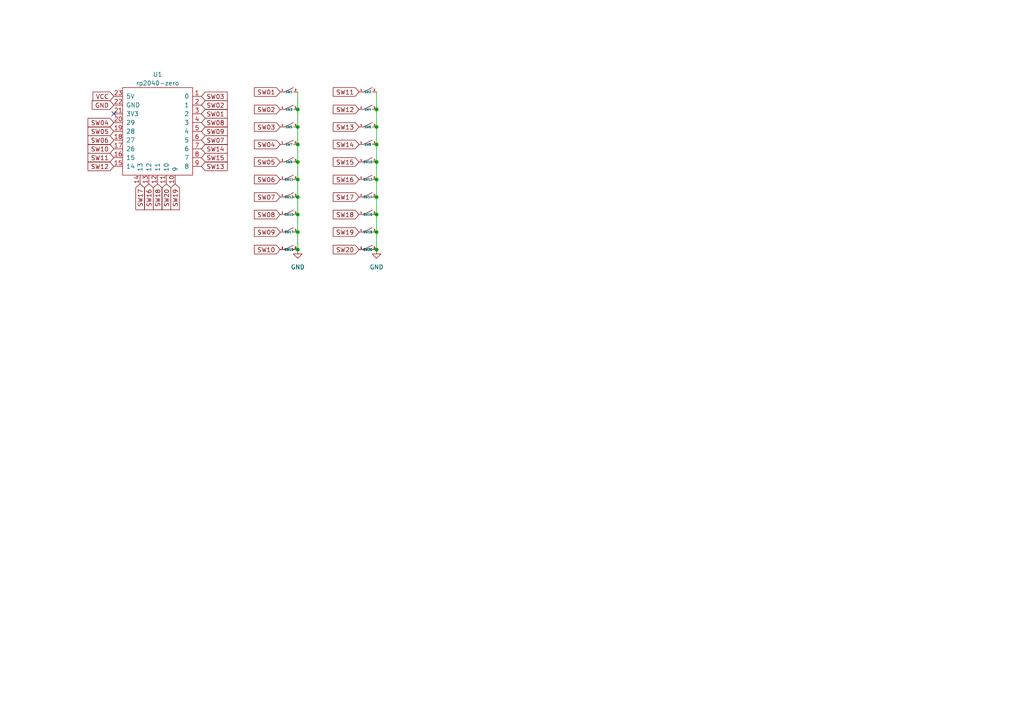
<source format=kicad_sch>
(kicad_sch
	(version 20231120)
	(generator "eeschema")
	(generator_version "8.0")
	(uuid "31ee86e8-2846-4d2f-8bbd-b1d272a4eb8b")
	(paper "A4")
	(lib_symbols
		(symbol "hazel:SW"
			(exclude_from_sim no)
			(in_bom yes)
			(on_board yes)
			(property "Reference" "SW"
				(at 0 -1.27 0)
				(effects
					(font
						(size 0.75 0.75)
					)
				)
			)
			(property "Value" "SW"
				(at 0 2.54 0)
				(effects
					(font
						(size 0.75 0.75)
					)
				)
			)
			(property "Footprint" ""
				(at 0 0 0)
				(effects
					(font
						(size 1.27 1.27)
					)
					(hide yes)
				)
			)
			(property "Datasheet" ""
				(at 0 0 0)
				(effects
					(font
						(size 1.27 1.27)
					)
					(hide yes)
				)
			)
			(property "Description" ""
				(at 0 0 0)
				(effects
					(font
						(size 1.27 1.27)
					)
					(hide yes)
				)
			)
			(symbol "SW_0_1"
				(polyline
					(pts
						(xy -1.27 0) (xy 1.27 1.27)
					)
					(stroke
						(width 0)
						(type default)
					)
					(fill
						(type none)
					)
				)
			)
			(symbol "SW_1_1"
				(pin bidirectional line
					(at -2.54 0 0)
					(length 1.27)
					(name ""
						(effects
							(font
								(size 0.5 0.5)
							)
						)
					)
					(number "1"
						(effects
							(font
								(size 0.5 0.5)
							)
						)
					)
				)
				(pin bidirectional line
					(at 2.54 0 180)
					(length 1.27)
					(name ""
						(effects
							(font
								(size 0.5 0.5)
							)
						)
					)
					(number "2"
						(effects
							(font
								(size 0.5 0.5)
							)
						)
					)
				)
			)
		)
		(symbol "mcu:rp2040-zero"
			(pin_names
				(offset 1.016)
			)
			(exclude_from_sim no)
			(in_bom yes)
			(on_board yes)
			(property "Reference" "U"
				(at 0 15.24 0)
				(effects
					(font
						(size 1.27 1.27)
					)
				)
			)
			(property "Value" "rp2040-zero"
				(at 0 12.7 0)
				(effects
					(font
						(size 1.27 1.27)
					)
				)
			)
			(property "Footprint" ""
				(at -8.89 5.08 0)
				(effects
					(font
						(size 1.27 1.27)
					)
					(hide yes)
				)
			)
			(property "Datasheet" ""
				(at -8.89 5.08 0)
				(effects
					(font
						(size 1.27 1.27)
					)
					(hide yes)
				)
			)
			(property "Description" ""
				(at 0 0 0)
				(effects
					(font
						(size 1.27 1.27)
					)
					(hide yes)
				)
			)
			(symbol "rp2040-zero_0_1"
				(rectangle
					(start -10.16 11.43)
					(end 10.16 -13.97)
					(stroke
						(width 0)
						(type default)
					)
					(fill
						(type none)
					)
				)
			)
			(symbol "rp2040-zero_1_1"
				(pin bidirectional line
					(at 12.7 8.89 180)
					(length 2.54)
					(name "0"
						(effects
							(font
								(size 1.27 1.27)
							)
						)
					)
					(number "1"
						(effects
							(font
								(size 1.27 1.27)
							)
						)
					)
				)
				(pin bidirectional line
					(at 5.08 -16.51 90)
					(length 2.54)
					(name "9"
						(effects
							(font
								(size 1.27 1.27)
							)
						)
					)
					(number "10"
						(effects
							(font
								(size 1.27 1.27)
							)
						)
					)
				)
				(pin bidirectional line
					(at 2.54 -16.51 90)
					(length 2.54)
					(name "10"
						(effects
							(font
								(size 1.27 1.27)
							)
						)
					)
					(number "11"
						(effects
							(font
								(size 1.27 1.27)
							)
						)
					)
				)
				(pin bidirectional line
					(at 0 -16.51 90)
					(length 2.54)
					(name "11"
						(effects
							(font
								(size 1.27 1.27)
							)
						)
					)
					(number "12"
						(effects
							(font
								(size 1.27 1.27)
							)
						)
					)
				)
				(pin bidirectional line
					(at -2.54 -16.51 90)
					(length 2.54)
					(name "12"
						(effects
							(font
								(size 1.27 1.27)
							)
						)
					)
					(number "13"
						(effects
							(font
								(size 1.27 1.27)
							)
						)
					)
				)
				(pin bidirectional line
					(at -5.08 -16.51 90)
					(length 2.54)
					(name "13"
						(effects
							(font
								(size 1.27 1.27)
							)
						)
					)
					(number "14"
						(effects
							(font
								(size 1.27 1.27)
							)
						)
					)
				)
				(pin bidirectional line
					(at -12.7 -11.43 0)
					(length 2.54)
					(name "14"
						(effects
							(font
								(size 1.27 1.27)
							)
						)
					)
					(number "15"
						(effects
							(font
								(size 1.27 1.27)
							)
						)
					)
				)
				(pin bidirectional line
					(at -12.7 -8.89 0)
					(length 2.54)
					(name "15"
						(effects
							(font
								(size 1.27 1.27)
							)
						)
					)
					(number "16"
						(effects
							(font
								(size 1.27 1.27)
							)
						)
					)
				)
				(pin bidirectional line
					(at -12.7 -6.35 0)
					(length 2.54)
					(name "26"
						(effects
							(font
								(size 1.27 1.27)
							)
						)
					)
					(number "17"
						(effects
							(font
								(size 1.27 1.27)
							)
						)
					)
				)
				(pin bidirectional line
					(at -12.7 -3.81 0)
					(length 2.54)
					(name "27"
						(effects
							(font
								(size 1.27 1.27)
							)
						)
					)
					(number "18"
						(effects
							(font
								(size 1.27 1.27)
							)
						)
					)
				)
				(pin bidirectional line
					(at -12.7 -1.27 0)
					(length 2.54)
					(name "28"
						(effects
							(font
								(size 1.27 1.27)
							)
						)
					)
					(number "19"
						(effects
							(font
								(size 1.27 1.27)
							)
						)
					)
				)
				(pin bidirectional line
					(at 12.7 6.35 180)
					(length 2.54)
					(name "1"
						(effects
							(font
								(size 1.27 1.27)
							)
						)
					)
					(number "2"
						(effects
							(font
								(size 1.27 1.27)
							)
						)
					)
				)
				(pin bidirectional line
					(at -12.7 1.27 0)
					(length 2.54)
					(name "29"
						(effects
							(font
								(size 1.27 1.27)
							)
						)
					)
					(number "20"
						(effects
							(font
								(size 1.27 1.27)
							)
						)
					)
				)
				(pin power_out line
					(at -12.7 3.81 0)
					(length 2.54)
					(name "3V3"
						(effects
							(font
								(size 1.27 1.27)
							)
						)
					)
					(number "21"
						(effects
							(font
								(size 1.27 1.27)
							)
						)
					)
				)
				(pin power_out line
					(at -12.7 6.35 0)
					(length 2.54)
					(name "GND"
						(effects
							(font
								(size 1.27 1.27)
							)
						)
					)
					(number "22"
						(effects
							(font
								(size 1.27 1.27)
							)
						)
					)
				)
				(pin power_out line
					(at -12.7 8.89 0)
					(length 2.54)
					(name "5V"
						(effects
							(font
								(size 1.27 1.27)
							)
						)
					)
					(number "23"
						(effects
							(font
								(size 1.27 1.27)
							)
						)
					)
				)
				(pin bidirectional line
					(at 12.7 3.81 180)
					(length 2.54)
					(name "2"
						(effects
							(font
								(size 1.27 1.27)
							)
						)
					)
					(number "3"
						(effects
							(font
								(size 1.27 1.27)
							)
						)
					)
				)
				(pin bidirectional line
					(at 12.7 1.27 180)
					(length 2.54)
					(name "3"
						(effects
							(font
								(size 1.27 1.27)
							)
						)
					)
					(number "4"
						(effects
							(font
								(size 1.27 1.27)
							)
						)
					)
				)
				(pin bidirectional line
					(at 12.7 -1.27 180)
					(length 2.54)
					(name "4"
						(effects
							(font
								(size 1.27 1.27)
							)
						)
					)
					(number "5"
						(effects
							(font
								(size 1.27 1.27)
							)
						)
					)
				)
				(pin bidirectional line
					(at 12.7 -3.81 180)
					(length 2.54)
					(name "5"
						(effects
							(font
								(size 1.27 1.27)
							)
						)
					)
					(number "6"
						(effects
							(font
								(size 1.27 1.27)
							)
						)
					)
				)
				(pin bidirectional line
					(at 12.7 -6.35 180)
					(length 2.54)
					(name "6"
						(effects
							(font
								(size 1.27 1.27)
							)
						)
					)
					(number "7"
						(effects
							(font
								(size 1.27 1.27)
							)
						)
					)
				)
				(pin bidirectional line
					(at 12.7 -8.89 180)
					(length 2.54)
					(name "7"
						(effects
							(font
								(size 1.27 1.27)
							)
						)
					)
					(number "8"
						(effects
							(font
								(size 1.27 1.27)
							)
						)
					)
				)
				(pin bidirectional line
					(at 12.7 -11.43 180)
					(length 2.54)
					(name "8"
						(effects
							(font
								(size 1.27 1.27)
							)
						)
					)
					(number "9"
						(effects
							(font
								(size 1.27 1.27)
							)
						)
					)
				)
			)
		)
		(symbol "power:GND"
			(power)
			(pin_names
				(offset 0)
			)
			(exclude_from_sim no)
			(in_bom yes)
			(on_board yes)
			(property "Reference" "#PWR"
				(at 0 -6.35 0)
				(effects
					(font
						(size 1.27 1.27)
					)
					(hide yes)
				)
			)
			(property "Value" "GND"
				(at 0 -3.81 0)
				(effects
					(font
						(size 1.27 1.27)
					)
				)
			)
			(property "Footprint" ""
				(at 0 0 0)
				(effects
					(font
						(size 1.27 1.27)
					)
					(hide yes)
				)
			)
			(property "Datasheet" ""
				(at 0 0 0)
				(effects
					(font
						(size 1.27 1.27)
					)
					(hide yes)
				)
			)
			(property "Description" "Power symbol creates a global label with name \"GND\" , ground"
				(at 0 0 0)
				(effects
					(font
						(size 1.27 1.27)
					)
					(hide yes)
				)
			)
			(property "ki_keywords" "global power"
				(at 0 0 0)
				(effects
					(font
						(size 1.27 1.27)
					)
					(hide yes)
				)
			)
			(symbol "GND_0_1"
				(polyline
					(pts
						(xy 0 0) (xy 0 -1.27) (xy 1.27 -1.27) (xy 0 -2.54) (xy -1.27 -1.27) (xy 0 -1.27)
					)
					(stroke
						(width 0)
						(type default)
					)
					(fill
						(type none)
					)
				)
			)
			(symbol "GND_1_1"
				(pin power_in line
					(at 0 0 270)
					(length 0) hide
					(name "GND"
						(effects
							(font
								(size 1.27 1.27)
							)
						)
					)
					(number "1"
						(effects
							(font
								(size 1.27 1.27)
							)
						)
					)
				)
			)
		)
	)
	(junction
		(at 109.22 57.15)
		(diameter 0)
		(color 0 0 0 0)
		(uuid "048d0504-a006-494a-902c-c2f2adb1bab6")
	)
	(junction
		(at 86.36 31.75)
		(diameter 0)
		(color 0 0 0 0)
		(uuid "17e4ad7f-1528-46ab-b646-e995722276d9")
	)
	(junction
		(at 109.22 46.99)
		(diameter 0)
		(color 0 0 0 0)
		(uuid "196bbefa-79f8-4716-b888-210d960d3556")
	)
	(junction
		(at 109.22 67.31)
		(diameter 0)
		(color 0 0 0 0)
		(uuid "1a41ad46-355e-45a0-a524-151053761218")
	)
	(junction
		(at 86.36 41.91)
		(diameter 0)
		(color 0 0 0 0)
		(uuid "2010ec67-52d9-4f85-9697-0aa8b5e5ba7d")
	)
	(junction
		(at 109.22 72.39)
		(diameter 0)
		(color 0 0 0 0)
		(uuid "2dd055ab-f5a9-4c63-9093-acfdb6a0f239")
	)
	(junction
		(at 109.22 62.23)
		(diameter 0)
		(color 0 0 0 0)
		(uuid "33ab85e1-eb5b-414f-8385-4dea6d0387da")
	)
	(junction
		(at 86.36 62.23)
		(diameter 0)
		(color 0 0 0 0)
		(uuid "4e2c59d2-3ec3-4568-ac62-94e353c8f865")
	)
	(junction
		(at 86.36 67.31)
		(diameter 0)
		(color 0 0 0 0)
		(uuid "5d4dc01c-94df-4c4f-acb9-30a10b95199e")
	)
	(junction
		(at 86.36 52.07)
		(diameter 0)
		(color 0 0 0 0)
		(uuid "7ae853f6-9e4f-4d74-b5df-9c841ca80721")
	)
	(junction
		(at 86.36 72.39)
		(diameter 0)
		(color 0 0 0 0)
		(uuid "ac7186c7-3bb1-4e0c-bb1e-bce2ecccd8a2")
	)
	(junction
		(at 86.36 46.99)
		(diameter 0)
		(color 0 0 0 0)
		(uuid "b40decf0-4136-4afd-b5cc-b8f063754438")
	)
	(junction
		(at 109.22 52.07)
		(diameter 0)
		(color 0 0 0 0)
		(uuid "c54a256d-e165-4818-8053-ca41692e4685")
	)
	(junction
		(at 86.36 36.83)
		(diameter 0)
		(color 0 0 0 0)
		(uuid "ee00544e-6098-4192-8963-834a966d36b0")
	)
	(junction
		(at 109.22 41.91)
		(diameter 0)
		(color 0 0 0 0)
		(uuid "f213df55-87d7-4bee-b7a2-170eaa6636c7")
	)
	(junction
		(at 109.22 31.75)
		(diameter 0)
		(color 0 0 0 0)
		(uuid "f3bac89c-b077-4391-a32c-a36165c96029")
	)
	(junction
		(at 109.22 36.83)
		(diameter 0)
		(color 0 0 0 0)
		(uuid "f904de02-7764-4f64-ac97-e52d8a336737")
	)
	(junction
		(at 86.36 57.15)
		(diameter 0)
		(color 0 0 0 0)
		(uuid "fd937b2a-c449-4190-8626-35b4de8f3840")
	)
	(no_connect
		(at 33.02 33.02)
		(uuid "eb4a2b8e-7f51-4464-8035-76a42692e3af")
	)
	(wire
		(pts
			(xy 109.22 57.15) (xy 109.22 62.23)
		)
		(stroke
			(width 0)
			(type default)
		)
		(uuid "18c3efcc-0b67-43bb-b8f9-e63db4c604f7")
	)
	(wire
		(pts
			(xy 86.36 46.99) (xy 86.36 52.07)
		)
		(stroke
			(width 0)
			(type default)
		)
		(uuid "28ce3658-e45f-4c64-affe-0d41086d5e2b")
	)
	(wire
		(pts
			(xy 109.22 36.83) (xy 109.22 41.91)
		)
		(stroke
			(width 0)
			(type default)
		)
		(uuid "5695bbdb-8309-46ae-86d9-a494d085ec2f")
	)
	(wire
		(pts
			(xy 109.22 46.99) (xy 109.22 52.07)
		)
		(stroke
			(width 0)
			(type default)
		)
		(uuid "6756469d-fc06-4051-a327-62b8bba92dca")
	)
	(wire
		(pts
			(xy 86.36 67.31) (xy 86.36 72.39)
		)
		(stroke
			(width 0)
			(type default)
		)
		(uuid "7b11e8b1-ca7c-4610-90a3-e625f72be22d")
	)
	(wire
		(pts
			(xy 109.22 26.67) (xy 109.22 31.75)
		)
		(stroke
			(width 0)
			(type default)
		)
		(uuid "83602e9d-6e1f-48b0-a834-0b39f797f7f5")
	)
	(wire
		(pts
			(xy 86.36 52.07) (xy 86.36 57.15)
		)
		(stroke
			(width 0)
			(type default)
		)
		(uuid "846f7e81-f989-4137-9d42-4639aabd9e36")
	)
	(wire
		(pts
			(xy 86.36 36.83) (xy 86.36 41.91)
		)
		(stroke
			(width 0)
			(type default)
		)
		(uuid "99e3132c-e68e-48ab-a3bc-056b15a760b1")
	)
	(wire
		(pts
			(xy 86.36 26.67) (xy 86.36 31.75)
		)
		(stroke
			(width 0)
			(type default)
		)
		(uuid "a61739f1-0af2-49da-9868-d67f3c0ac0d9")
	)
	(wire
		(pts
			(xy 109.22 67.31) (xy 109.22 72.39)
		)
		(stroke
			(width 0)
			(type default)
		)
		(uuid "a7ae8278-6379-464b-8382-7e37f3541df2")
	)
	(wire
		(pts
			(xy 86.36 31.75) (xy 86.36 36.83)
		)
		(stroke
			(width 0)
			(type default)
		)
		(uuid "ac1b2329-0ed7-4b29-ada6-b5bc6252f783")
	)
	(wire
		(pts
			(xy 109.22 41.91) (xy 109.22 46.99)
		)
		(stroke
			(width 0)
			(type default)
		)
		(uuid "b70440ca-d47c-4c54-af6a-f9054b76f7be")
	)
	(wire
		(pts
			(xy 109.22 52.07) (xy 109.22 57.15)
		)
		(stroke
			(width 0)
			(type default)
		)
		(uuid "b742c5f8-c523-4479-8eed-514d6c43b405")
	)
	(wire
		(pts
			(xy 86.36 41.91) (xy 86.36 46.99)
		)
		(stroke
			(width 0)
			(type default)
		)
		(uuid "cbbbe27b-8574-4dc0-9e43-53900856a156")
	)
	(wire
		(pts
			(xy 109.22 31.75) (xy 109.22 36.83)
		)
		(stroke
			(width 0)
			(type default)
		)
		(uuid "f18cf26c-3927-41cf-bc25-c57fbf15281c")
	)
	(wire
		(pts
			(xy 86.36 62.23) (xy 86.36 67.31)
		)
		(stroke
			(width 0)
			(type default)
		)
		(uuid "f55e2bf6-92f5-4d75-99c4-17e7f63d747b")
	)
	(wire
		(pts
			(xy 86.36 57.15) (xy 86.36 62.23)
		)
		(stroke
			(width 0)
			(type default)
		)
		(uuid "fbd3e5f1-7248-42ed-9b6a-1192aab557ad")
	)
	(wire
		(pts
			(xy 109.22 62.23) (xy 109.22 67.31)
		)
		(stroke
			(width 0)
			(type default)
		)
		(uuid "fc38abeb-45bb-4a2c-94f8-43524847bff3")
	)
	(global_label "SW02"
		(shape input)
		(at 58.42 30.48 0)
		(fields_autoplaced yes)
		(effects
			(font
				(size 1.27 1.27)
			)
			(justify left)
		)
		(uuid "02cf0f66-1f93-47cd-a242-bf568939f87b")
		(property "Intersheetrefs" "${INTERSHEET_REFS}"
			(at 66.4851 30.48 0)
			(effects
				(font
					(size 1.27 1.27)
				)
				(justify left)
				(hide yes)
			)
		)
	)
	(global_label "SW16"
		(shape input)
		(at 104.14 52.07 180)
		(fields_autoplaced yes)
		(effects
			(font
				(size 1.27 1.27)
			)
			(justify right)
		)
		(uuid "08eb359e-d9ac-4718-a657-397aec1cdb0a")
		(property "Intersheetrefs" "${INTERSHEET_REFS}"
			(at 96.1543 52.07 0)
			(effects
				(font
					(size 1.27 1.27)
				)
				(justify right)
				(hide yes)
			)
		)
	)
	(global_label "SW16"
		(shape input)
		(at 43.18 53.34 270)
		(fields_autoplaced yes)
		(effects
			(font
				(size 1.27 1.27)
			)
			(justify right)
		)
		(uuid "08f8fab0-2b49-43f3-9994-8c95e1b5ccc2")
		(property "Intersheetrefs" "${INTERSHEET_REFS}"
			(at 43.18 61.4051 90)
			(effects
				(font
					(size 1.27 1.27)
				)
				(justify right)
				(hide yes)
			)
		)
	)
	(global_label "SW11"
		(shape input)
		(at 33.02 45.72 180)
		(fields_autoplaced yes)
		(effects
			(font
				(size 1.27 1.27)
			)
			(justify right)
		)
		(uuid "0ac204e6-3ffb-468a-8f51-b25fb693ee8b")
		(property "Intersheetrefs" "${INTERSHEET_REFS}"
			(at 24.9549 45.72 0)
			(effects
				(font
					(size 1.27 1.27)
				)
				(justify right)
				(hide yes)
			)
		)
	)
	(global_label "SW09"
		(shape input)
		(at 81.28 67.31 180)
		(fields_autoplaced yes)
		(effects
			(font
				(size 1.27 1.27)
			)
			(justify right)
		)
		(uuid "0dc0f771-1716-4783-ac23-7e09457bc3e6")
		(property "Intersheetrefs" "${INTERSHEET_REFS}"
			(at 73.2943 67.31 0)
			(effects
				(font
					(size 1.27 1.27)
				)
				(justify right)
				(hide yes)
			)
		)
	)
	(global_label "SW19"
		(shape input)
		(at 104.14 67.31 180)
		(fields_autoplaced yes)
		(effects
			(font
				(size 1.27 1.27)
			)
			(justify right)
		)
		(uuid "1036c251-82d4-4bdc-8a72-8ca8a0f0892a")
		(property "Intersheetrefs" "${INTERSHEET_REFS}"
			(at 96.1543 67.31 0)
			(effects
				(font
					(size 1.27 1.27)
				)
				(justify right)
				(hide yes)
			)
		)
	)
	(global_label "SW03"
		(shape input)
		(at 58.42 27.94 0)
		(fields_autoplaced yes)
		(effects
			(font
				(size 1.27 1.27)
			)
			(justify left)
		)
		(uuid "1889a0dd-5adf-49b1-b673-4845bf6bf6ef")
		(property "Intersheetrefs" "${INTERSHEET_REFS}"
			(at 66.4851 27.94 0)
			(effects
				(font
					(size 1.27 1.27)
				)
				(justify left)
				(hide yes)
			)
		)
	)
	(global_label "SW10"
		(shape input)
		(at 33.02 43.18 180)
		(fields_autoplaced yes)
		(effects
			(font
				(size 1.27 1.27)
			)
			(justify right)
		)
		(uuid "1a4c4c69-df17-4bdd-943d-b08bbe15fb01")
		(property "Intersheetrefs" "${INTERSHEET_REFS}"
			(at 24.9549 43.18 0)
			(effects
				(font
					(size 1.27 1.27)
				)
				(justify right)
				(hide yes)
			)
		)
	)
	(global_label "SW14"
		(shape input)
		(at 58.42 43.18 0)
		(fields_autoplaced yes)
		(effects
			(font
				(size 1.27 1.27)
			)
			(justify left)
		)
		(uuid "1e54d478-9e81-4ba1-9018-3cd0b5f383df")
		(property "Intersheetrefs" "${INTERSHEET_REFS}"
			(at 66.4057 43.18 0)
			(effects
				(font
					(size 1.27 1.27)
				)
				(justify left)
				(hide yes)
			)
		)
	)
	(global_label "SW12"
		(shape input)
		(at 33.02 48.26 180)
		(fields_autoplaced yes)
		(effects
			(font
				(size 1.27 1.27)
			)
			(justify right)
		)
		(uuid "25673959-c22f-47ca-a317-44e621cdf907")
		(property "Intersheetrefs" "${INTERSHEET_REFS}"
			(at 24.9549 48.26 0)
			(effects
				(font
					(size 1.27 1.27)
				)
				(justify right)
				(hide yes)
			)
		)
	)
	(global_label "SW15"
		(shape input)
		(at 58.42 45.72 0)
		(fields_autoplaced yes)
		(effects
			(font
				(size 1.27 1.27)
			)
			(justify left)
		)
		(uuid "2db2d580-5543-4d71-abde-50afce812b16")
		(property "Intersheetrefs" "${INTERSHEET_REFS}"
			(at 66.4057 45.72 0)
			(effects
				(font
					(size 1.27 1.27)
				)
				(justify left)
				(hide yes)
			)
		)
	)
	(global_label "SW06"
		(shape input)
		(at 81.28 52.07 180)
		(fields_autoplaced yes)
		(effects
			(font
				(size 1.27 1.27)
			)
			(justify right)
		)
		(uuid "2ecaa4dd-aea0-485e-ae93-3bb4cee9672c")
		(property "Intersheetrefs" "${INTERSHEET_REFS}"
			(at 73.2943 52.07 0)
			(effects
				(font
					(size 1.27 1.27)
				)
				(justify right)
				(hide yes)
			)
		)
	)
	(global_label "SW17"
		(shape input)
		(at 40.64 53.34 270)
		(fields_autoplaced yes)
		(effects
			(font
				(size 1.27 1.27)
			)
			(justify right)
		)
		(uuid "35c886e1-647c-4572-98fb-c9c741ca5028")
		(property "Intersheetrefs" "${INTERSHEET_REFS}"
			(at 40.64 61.4051 90)
			(effects
				(font
					(size 1.27 1.27)
				)
				(justify right)
				(hide yes)
			)
		)
	)
	(global_label "SW15"
		(shape input)
		(at 104.14 46.99 180)
		(fields_autoplaced yes)
		(effects
			(font
				(size 1.27 1.27)
			)
			(justify right)
		)
		(uuid "3ad2d93b-98e9-4401-8890-410fe3e7c00a")
		(property "Intersheetrefs" "${INTERSHEET_REFS}"
			(at 96.1543 46.99 0)
			(effects
				(font
					(size 1.27 1.27)
				)
				(justify right)
				(hide yes)
			)
		)
	)
	(global_label "SW17"
		(shape input)
		(at 104.14 57.15 180)
		(fields_autoplaced yes)
		(effects
			(font
				(size 1.27 1.27)
			)
			(justify right)
		)
		(uuid "43556f5c-e586-4a75-a251-fcc49460072e")
		(property "Intersheetrefs" "${INTERSHEET_REFS}"
			(at 96.1543 57.15 0)
			(effects
				(font
					(size 1.27 1.27)
				)
				(justify right)
				(hide yes)
			)
		)
	)
	(global_label "SW09"
		(shape input)
		(at 58.42 38.1 0)
		(fields_autoplaced yes)
		(effects
			(font
				(size 1.27 1.27)
			)
			(justify left)
		)
		(uuid "4bcb94bc-2269-4950-bd91-85f685549d17")
		(property "Intersheetrefs" "${INTERSHEET_REFS}"
			(at 66.4851 38.1 0)
			(effects
				(font
					(size 1.27 1.27)
				)
				(justify left)
				(hide yes)
			)
		)
	)
	(global_label "SW13"
		(shape input)
		(at 104.14 36.83 180)
		(fields_autoplaced yes)
		(effects
			(font
				(size 1.27 1.27)
			)
			(justify right)
		)
		(uuid "50e97c4b-0af6-4a02-b86f-efd0aaedd160")
		(property "Intersheetrefs" "${INTERSHEET_REFS}"
			(at 96.1543 36.83 0)
			(effects
				(font
					(size 1.27 1.27)
				)
				(justify right)
				(hide yes)
			)
		)
	)
	(global_label "VCC"
		(shape input)
		(at 33.02 27.94 180)
		(fields_autoplaced yes)
		(effects
			(font
				(size 1.27 1.27)
			)
			(justify right)
		)
		(uuid "5634bbed-a7d1-42ce-83c7-21a299a6141a")
		(property "Intersheetrefs" "${INTERSHEET_REFS}"
			(at 26.4856 27.94 0)
			(effects
				(font
					(size 1.27 1.27)
				)
				(justify right)
				(hide yes)
			)
		)
	)
	(global_label "SW20"
		(shape input)
		(at 104.14 72.39 180)
		(fields_autoplaced yes)
		(effects
			(font
				(size 1.27 1.27)
			)
			(justify right)
		)
		(uuid "572418b1-d0d9-486f-ba00-df9615642732")
		(property "Intersheetrefs" "${INTERSHEET_REFS}"
			(at 96.1543 72.39 0)
			(effects
				(font
					(size 1.27 1.27)
				)
				(justify right)
				(hide yes)
			)
		)
	)
	(global_label "SW07"
		(shape input)
		(at 81.28 57.15 180)
		(fields_autoplaced yes)
		(effects
			(font
				(size 1.27 1.27)
			)
			(justify right)
		)
		(uuid "584495b9-9e22-4343-ac09-eddc843a5135")
		(property "Intersheetrefs" "${INTERSHEET_REFS}"
			(at 73.2943 57.15 0)
			(effects
				(font
					(size 1.27 1.27)
				)
				(justify right)
				(hide yes)
			)
		)
	)
	(global_label "SW02"
		(shape input)
		(at 81.28 31.75 180)
		(fields_autoplaced yes)
		(effects
			(font
				(size 1.27 1.27)
			)
			(justify right)
		)
		(uuid "5d999718-1e53-4d7e-b50e-5d90804a9a2c")
		(property "Intersheetrefs" "${INTERSHEET_REFS}"
			(at 73.2943 31.75 0)
			(effects
				(font
					(size 1.27 1.27)
				)
				(justify right)
				(hide yes)
			)
		)
	)
	(global_label "SW11"
		(shape input)
		(at 104.14 26.67 180)
		(fields_autoplaced yes)
		(effects
			(font
				(size 1.27 1.27)
			)
			(justify right)
		)
		(uuid "6596d5f8-a3cf-49d8-8409-9df4c6a37320")
		(property "Intersheetrefs" "${INTERSHEET_REFS}"
			(at 96.1543 26.67 0)
			(effects
				(font
					(size 1.27 1.27)
				)
				(justify right)
				(hide yes)
			)
		)
	)
	(global_label "SW01"
		(shape input)
		(at 58.42 33.02 0)
		(fields_autoplaced yes)
		(effects
			(font
				(size 1.27 1.27)
			)
			(justify left)
		)
		(uuid "72a198c8-63b9-4ea4-87c4-c001349b438d")
		(property "Intersheetrefs" "${INTERSHEET_REFS}"
			(at 66.4851 33.02 0)
			(effects
				(font
					(size 1.27 1.27)
				)
				(justify left)
				(hide yes)
			)
		)
	)
	(global_label "SW14"
		(shape input)
		(at 104.14 41.91 180)
		(fields_autoplaced yes)
		(effects
			(font
				(size 1.27 1.27)
			)
			(justify right)
		)
		(uuid "73634927-ee40-406d-b960-3dd1dfff28e6")
		(property "Intersheetrefs" "${INTERSHEET_REFS}"
			(at 96.1543 41.91 0)
			(effects
				(font
					(size 1.27 1.27)
				)
				(justify right)
				(hide yes)
			)
		)
	)
	(global_label "SW18"
		(shape input)
		(at 45.72 53.34 270)
		(fields_autoplaced yes)
		(effects
			(font
				(size 1.27 1.27)
			)
			(justify right)
		)
		(uuid "75e6829c-fdd6-499f-bc31-31c0ee95e1dd")
		(property "Intersheetrefs" "${INTERSHEET_REFS}"
			(at 45.72 61.4051 90)
			(effects
				(font
					(size 1.27 1.27)
				)
				(justify right)
				(hide yes)
			)
		)
	)
	(global_label "SW12"
		(shape input)
		(at 104.14 31.75 180)
		(fields_autoplaced yes)
		(effects
			(font
				(size 1.27 1.27)
			)
			(justify right)
		)
		(uuid "771a851d-8942-4ce9-bebb-4207eb2cada6")
		(property "Intersheetrefs" "${INTERSHEET_REFS}"
			(at 96.1543 31.75 0)
			(effects
				(font
					(size 1.27 1.27)
				)
				(justify right)
				(hide yes)
			)
		)
	)
	(global_label "SW13"
		(shape input)
		(at 58.42 48.26 0)
		(fields_autoplaced yes)
		(effects
			(font
				(size 1.27 1.27)
			)
			(justify left)
		)
		(uuid "7a36cfd7-8182-4626-b273-8e39f9daf5fb")
		(property "Intersheetrefs" "${INTERSHEET_REFS}"
			(at 66.4057 48.26 0)
			(effects
				(font
					(size 1.27 1.27)
				)
				(justify left)
				(hide yes)
			)
		)
	)
	(global_label "GND"
		(shape input)
		(at 33.02 30.48 180)
		(fields_autoplaced yes)
		(effects
			(font
				(size 1.27 1.27)
			)
			(justify right)
		)
		(uuid "811239ac-7f97-45a6-adf6-6c429246c523")
		(property "Intersheetrefs" "${INTERSHEET_REFS}"
			(at 26.2437 30.48 0)
			(effects
				(font
					(size 1.27 1.27)
				)
				(justify right)
				(hide yes)
			)
		)
	)
	(global_label "SW06"
		(shape input)
		(at 33.02 40.64 180)
		(fields_autoplaced yes)
		(effects
			(font
				(size 1.27 1.27)
			)
			(justify right)
		)
		(uuid "81a889d8-93fc-4b33-a7c1-02ffd24d0864")
		(property "Intersheetrefs" "${INTERSHEET_REFS}"
			(at 25.0343 40.64 0)
			(effects
				(font
					(size 1.27 1.27)
				)
				(justify right)
				(hide yes)
			)
		)
	)
	(global_label "SW07"
		(shape input)
		(at 58.42 40.64 0)
		(fields_autoplaced yes)
		(effects
			(font
				(size 1.27 1.27)
			)
			(justify left)
		)
		(uuid "950d5407-54d4-4413-b05f-b04925fbc307")
		(property "Intersheetrefs" "${INTERSHEET_REFS}"
			(at 66.4851 40.64 0)
			(effects
				(font
					(size 1.27 1.27)
				)
				(justify left)
				(hide yes)
			)
		)
	)
	(global_label "SW10"
		(shape input)
		(at 81.28 72.39 180)
		(fields_autoplaced yes)
		(effects
			(font
				(size 1.27 1.27)
			)
			(justify right)
		)
		(uuid "98e6660c-d808-4423-83f0-a6d0d28d5d2e")
		(property "Intersheetrefs" "${INTERSHEET_REFS}"
			(at 73.2943 72.39 0)
			(effects
				(font
					(size 1.27 1.27)
				)
				(justify right)
				(hide yes)
			)
		)
	)
	(global_label "SW19"
		(shape input)
		(at 50.8 53.34 270)
		(fields_autoplaced yes)
		(effects
			(font
				(size 1.27 1.27)
			)
			(justify right)
		)
		(uuid "a28247d7-0c2c-4757-b98d-1cb0804bd90b")
		(property "Intersheetrefs" "${INTERSHEET_REFS}"
			(at 50.8 61.4051 90)
			(effects
				(font
					(size 1.27 1.27)
				)
				(justify right)
				(hide yes)
			)
		)
	)
	(global_label "SW04"
		(shape input)
		(at 33.02 35.56 180)
		(fields_autoplaced yes)
		(effects
			(font
				(size 1.27 1.27)
			)
			(justify right)
		)
		(uuid "a64c5a47-1154-4e4a-a4ca-d3f735bfb108")
		(property "Intersheetrefs" "${INTERSHEET_REFS}"
			(at 25.0343 35.56 0)
			(effects
				(font
					(size 1.27 1.27)
				)
				(justify right)
				(hide yes)
			)
		)
	)
	(global_label "SW18"
		(shape input)
		(at 104.14 62.23 180)
		(fields_autoplaced yes)
		(effects
			(font
				(size 1.27 1.27)
			)
			(justify right)
		)
		(uuid "b5ce8524-3042-4ffa-93f6-910636c4159e")
		(property "Intersheetrefs" "${INTERSHEET_REFS}"
			(at 96.1543 62.23 0)
			(effects
				(font
					(size 1.27 1.27)
				)
				(justify right)
				(hide yes)
			)
		)
	)
	(global_label "SW04"
		(shape input)
		(at 81.28 41.91 180)
		(fields_autoplaced yes)
		(effects
			(font
				(size 1.27 1.27)
			)
			(justify right)
		)
		(uuid "b6530de8-f97c-402c-88bc-5784797d4e51")
		(property "Intersheetrefs" "${INTERSHEET_REFS}"
			(at 73.2943 41.91 0)
			(effects
				(font
					(size 1.27 1.27)
				)
				(justify right)
				(hide yes)
			)
		)
	)
	(global_label "SW05"
		(shape input)
		(at 81.28 46.99 180)
		(fields_autoplaced yes)
		(effects
			(font
				(size 1.27 1.27)
			)
			(justify right)
		)
		(uuid "b6710dd3-3f3f-4876-88ac-5208672d51d3")
		(property "Intersheetrefs" "${INTERSHEET_REFS}"
			(at 73.2943 46.99 0)
			(effects
				(font
					(size 1.27 1.27)
				)
				(justify right)
				(hide yes)
			)
		)
	)
	(global_label "SW08"
		(shape input)
		(at 58.42 35.56 0)
		(fields_autoplaced yes)
		(effects
			(font
				(size 1.27 1.27)
			)
			(justify left)
		)
		(uuid "cbb090cd-2888-4800-822a-a027311eb38c")
		(property "Intersheetrefs" "${INTERSHEET_REFS}"
			(at 66.4851 35.56 0)
			(effects
				(font
					(size 1.27 1.27)
				)
				(justify left)
				(hide yes)
			)
		)
	)
	(global_label "SW03"
		(shape input)
		(at 81.28 36.83 180)
		(fields_autoplaced yes)
		(effects
			(font
				(size 1.27 1.27)
			)
			(justify right)
		)
		(uuid "d8b6e480-4c76-48ba-ab1a-fb2add2b95f8")
		(property "Intersheetrefs" "${INTERSHEET_REFS}"
			(at 73.2943 36.83 0)
			(effects
				(font
					(size 1.27 1.27)
				)
				(justify right)
				(hide yes)
			)
		)
	)
	(global_label "SW20"
		(shape input)
		(at 48.26 53.34 270)
		(fields_autoplaced yes)
		(effects
			(font
				(size 1.27 1.27)
			)
			(justify right)
		)
		(uuid "e5e15f0a-fd15-41ac-a23f-9f38e5cb84f6")
		(property "Intersheetrefs" "${INTERSHEET_REFS}"
			(at 48.26 61.3257 90)
			(effects
				(font
					(size 1.27 1.27)
				)
				(justify right)
				(hide yes)
			)
		)
	)
	(global_label "SW08"
		(shape input)
		(at 81.28 62.23 180)
		(fields_autoplaced yes)
		(effects
			(font
				(size 1.27 1.27)
			)
			(justify right)
		)
		(uuid "ea3bc2c6-0549-48d7-ab91-09a931ed35b8")
		(property "Intersheetrefs" "${INTERSHEET_REFS}"
			(at 73.2943 62.23 0)
			(effects
				(font
					(size 1.27 1.27)
				)
				(justify right)
				(hide yes)
			)
		)
	)
	(global_label "SW05"
		(shape input)
		(at 33.02 38.1 180)
		(fields_autoplaced yes)
		(effects
			(font
				(size 1.27 1.27)
			)
			(justify right)
		)
		(uuid "f17f4149-4c64-468e-99f0-efc4b62d1f1d")
		(property "Intersheetrefs" "${INTERSHEET_REFS}"
			(at 25.0343 38.1 0)
			(effects
				(font
					(size 1.27 1.27)
				)
				(justify right)
				(hide yes)
			)
		)
	)
	(global_label "SW01"
		(shape input)
		(at 81.28 26.67 180)
		(fields_autoplaced yes)
		(effects
			(font
				(size 1.27 1.27)
			)
			(justify right)
		)
		(uuid "fdf195b6-0a42-49a0-b2c0-545707ee2b84")
		(property "Intersheetrefs" "${INTERSHEET_REFS}"
			(at 73.2943 26.67 0)
			(effects
				(font
					(size 1.27 1.27)
				)
				(justify right)
				(hide yes)
			)
		)
	)
	(symbol
		(lib_id "hazel:SW")
		(at 106.68 36.83 0)
		(unit 1)
		(exclude_from_sim no)
		(in_bom yes)
		(on_board yes)
		(dnp no)
		(uuid "06b17a7f-fea2-433e-b20a-0681a3f7495c")
		(property "Reference" "SW6"
			(at 106.68 36.83 0)
			(effects
				(font
					(size 0.64 0.64)
				)
			)
		)
		(property "Value" "SW"
			(at 106.68 35.56 0)
			(effects
				(font
					(size 0.75 0.75)
				)
				(hide yes)
			)
		)
		(property "Footprint" "miketronic_fplib:MB_KailhChoc-1U_rev_17mm_oval"
			(at 106.68 36.83 0)
			(effects
				(font
					(size 1.27 1.27)
				)
				(hide yes)
			)
		)
		(property "Datasheet" ""
			(at 106.68 36.83 0)
			(effects
				(font
					(size 1.27 1.27)
				)
				(hide yes)
			)
		)
		(property "Description" ""
			(at 106.68 36.83 0)
			(effects
				(font
					(size 1.27 1.27)
				)
				(hide yes)
			)
		)
		(pin "1"
			(uuid "6e95a63c-4e92-45fe-9d12-6e9d7968f1db")
		)
		(pin "2"
			(uuid "80ff16b9-0a0c-4f86-b9f9-bbe2818530bb")
		)
		(instances
			(project "capsule3_v3G"
				(path "/31ee86e8-2846-4d2f-8bbd-b1d272a4eb8b"
					(reference "SW6")
					(unit 1)
				)
			)
		)
	)
	(symbol
		(lib_id "hazel:SW")
		(at 83.82 62.23 0)
		(unit 1)
		(exclude_from_sim no)
		(in_bom yes)
		(on_board yes)
		(dnp no)
		(uuid "07275d20-77be-4387-9c15-1e45fc2b6936")
		(property "Reference" "SW15"
			(at 83.82 62.23 0)
			(effects
				(font
					(size 0.64 0.64)
				)
			)
		)
		(property "Value" "SW"
			(at 83.82 60.96 0)
			(effects
				(font
					(size 0.75 0.75)
				)
				(hide yes)
			)
		)
		(property "Footprint" "miketronic_fplib:MB_KailhChoc-1U_rev_17mm_oval"
			(at 83.82 62.23 0)
			(effects
				(font
					(size 1.27 1.27)
				)
				(hide yes)
			)
		)
		(property "Datasheet" ""
			(at 83.82 62.23 0)
			(effects
				(font
					(size 1.27 1.27)
				)
				(hide yes)
			)
		)
		(property "Description" ""
			(at 83.82 62.23 0)
			(effects
				(font
					(size 1.27 1.27)
				)
				(hide yes)
			)
		)
		(pin "1"
			(uuid "f7581da9-0927-4a23-8c8e-95a69a52bf9e")
		)
		(pin "2"
			(uuid "4e6af279-122f-4e32-93cd-6bb1061941a5")
		)
		(instances
			(project "capsule3_v3G"
				(path "/31ee86e8-2846-4d2f-8bbd-b1d272a4eb8b"
					(reference "SW15")
					(unit 1)
				)
			)
		)
	)
	(symbol
		(lib_id "power:GND")
		(at 86.36 72.39 0)
		(unit 1)
		(exclude_from_sim no)
		(in_bom yes)
		(on_board yes)
		(dnp no)
		(fields_autoplaced yes)
		(uuid "150ce985-8a3d-4d93-b575-32272a23b7d7")
		(property "Reference" "#PWR01"
			(at 86.36 78.74 0)
			(effects
				(font
					(size 1.27 1.27)
				)
				(hide yes)
			)
		)
		(property "Value" "GND"
			(at 86.36 77.47 0)
			(effects
				(font
					(size 1.27 1.27)
				)
			)
		)
		(property "Footprint" ""
			(at 86.36 72.39 0)
			(effects
				(font
					(size 1.27 1.27)
				)
				(hide yes)
			)
		)
		(property "Datasheet" ""
			(at 86.36 72.39 0)
			(effects
				(font
					(size 1.27 1.27)
				)
				(hide yes)
			)
		)
		(property "Description" ""
			(at 86.36 72.39 0)
			(effects
				(font
					(size 1.27 1.27)
				)
				(hide yes)
			)
		)
		(pin "1"
			(uuid "483185b5-1f9d-4a1d-8c6d-af5c1945c48f")
		)
		(instances
			(project "capsule3_v3G"
				(path "/31ee86e8-2846-4d2f-8bbd-b1d272a4eb8b"
					(reference "#PWR01")
					(unit 1)
				)
			)
		)
	)
	(symbol
		(lib_id "hazel:SW")
		(at 106.68 72.39 0)
		(unit 1)
		(exclude_from_sim no)
		(in_bom yes)
		(on_board yes)
		(dnp no)
		(uuid "1f31f865-9e56-42ef-8628-0ab396e574b0")
		(property "Reference" "SW20"
			(at 106.68 72.39 0)
			(effects
				(font
					(size 0.64 0.64)
				)
			)
		)
		(property "Value" "SW"
			(at 106.68 71.12 0)
			(effects
				(font
					(size 0.75 0.75)
				)
				(hide yes)
			)
		)
		(property "Footprint" "miketronic_fplib:MB_KailhChoc-1U_rev_17mm_oval"
			(at 106.68 72.39 0)
			(effects
				(font
					(size 1.27 1.27)
				)
				(hide yes)
			)
		)
		(property "Datasheet" ""
			(at 106.68 72.39 0)
			(effects
				(font
					(size 1.27 1.27)
				)
				(hide yes)
			)
		)
		(property "Description" ""
			(at 106.68 72.39 0)
			(effects
				(font
					(size 1.27 1.27)
				)
				(hide yes)
			)
		)
		(pin "1"
			(uuid "30973c23-cb8e-427d-8ca2-0633aa626606")
		)
		(pin "2"
			(uuid "3a89d8d9-c7ba-401d-8e99-51402f2b5316")
		)
		(instances
			(project "capsule3_v3G"
				(path "/31ee86e8-2846-4d2f-8bbd-b1d272a4eb8b"
					(reference "SW20")
					(unit 1)
				)
			)
		)
	)
	(symbol
		(lib_id "hazel:SW")
		(at 83.82 31.75 0)
		(unit 1)
		(exclude_from_sim no)
		(in_bom yes)
		(on_board yes)
		(dnp no)
		(uuid "2dbf7122-c8f1-4b38-a261-e459d6dbc3ea")
		(property "Reference" "SW3"
			(at 83.82 31.75 0)
			(effects
				(font
					(size 0.64 0.64)
				)
			)
		)
		(property "Value" "SW"
			(at 83.82 30.48 0)
			(effects
				(font
					(size 0.75 0.75)
				)
				(hide yes)
			)
		)
		(property "Footprint" "miketronic_fplib:MB_KailhChoc-1U_rev_17mm_oval"
			(at 83.82 31.75 0)
			(effects
				(font
					(size 1.27 1.27)
				)
				(hide yes)
			)
		)
		(property "Datasheet" ""
			(at 83.82 31.75 0)
			(effects
				(font
					(size 1.27 1.27)
				)
				(hide yes)
			)
		)
		(property "Description" ""
			(at 83.82 31.75 0)
			(effects
				(font
					(size 1.27 1.27)
				)
				(hide yes)
			)
		)
		(pin "1"
			(uuid "b09244d0-b9cf-4e41-bb49-8b340c55a11d")
		)
		(pin "2"
			(uuid "71a979ba-a88b-4459-866b-78b508df9a5f")
		)
		(instances
			(project "capsule3_v3G"
				(path "/31ee86e8-2846-4d2f-8bbd-b1d272a4eb8b"
					(reference "SW3")
					(unit 1)
				)
			)
		)
	)
	(symbol
		(lib_id "hazel:SW")
		(at 106.68 41.91 0)
		(unit 1)
		(exclude_from_sim no)
		(in_bom yes)
		(on_board yes)
		(dnp no)
		(uuid "5287af8d-5e21-4a58-83f8-0e6f7d16060c")
		(property "Reference" "SW8"
			(at 106.68 41.91 0)
			(effects
				(font
					(size 0.64 0.64)
				)
			)
		)
		(property "Value" "SW"
			(at 106.68 40.64 0)
			(effects
				(font
					(size 0.75 0.75)
				)
				(hide yes)
			)
		)
		(property "Footprint" "miketronic_fplib:MB_KailhChoc-1U_rev_17mm_oval"
			(at 106.68 41.91 0)
			(effects
				(font
					(size 1.27 1.27)
				)
				(hide yes)
			)
		)
		(property "Datasheet" ""
			(at 106.68 41.91 0)
			(effects
				(font
					(size 1.27 1.27)
				)
				(hide yes)
			)
		)
		(property "Description" ""
			(at 106.68 41.91 0)
			(effects
				(font
					(size 1.27 1.27)
				)
				(hide yes)
			)
		)
		(pin "1"
			(uuid "2f3178ce-f5a1-4be2-b766-8d70e1c40f65")
		)
		(pin "2"
			(uuid "27e1c20b-d5a5-46dd-9061-c8235e8c5b02")
		)
		(instances
			(project "capsule3_v3G"
				(path "/31ee86e8-2846-4d2f-8bbd-b1d272a4eb8b"
					(reference "SW8")
					(unit 1)
				)
			)
		)
	)
	(symbol
		(lib_id "power:GND")
		(at 109.22 72.39 0)
		(unit 1)
		(exclude_from_sim no)
		(in_bom yes)
		(on_board yes)
		(dnp no)
		(fields_autoplaced yes)
		(uuid "58331f9f-baa2-44e6-b166-8204c8566536")
		(property "Reference" "#PWR02"
			(at 109.22 78.74 0)
			(effects
				(font
					(size 1.27 1.27)
				)
				(hide yes)
			)
		)
		(property "Value" "GND"
			(at 109.22 77.47 0)
			(effects
				(font
					(size 1.27 1.27)
				)
			)
		)
		(property "Footprint" ""
			(at 109.22 72.39 0)
			(effects
				(font
					(size 1.27 1.27)
				)
				(hide yes)
			)
		)
		(property "Datasheet" ""
			(at 109.22 72.39 0)
			(effects
				(font
					(size 1.27 1.27)
				)
				(hide yes)
			)
		)
		(property "Description" ""
			(at 109.22 72.39 0)
			(effects
				(font
					(size 1.27 1.27)
				)
				(hide yes)
			)
		)
		(pin "1"
			(uuid "deb6abce-a7fa-41eb-ab50-7d0e15716d22")
		)
		(instances
			(project "capsule3_v3G"
				(path "/31ee86e8-2846-4d2f-8bbd-b1d272a4eb8b"
					(reference "#PWR02")
					(unit 1)
				)
			)
		)
	)
	(symbol
		(lib_id "hazel:SW")
		(at 83.82 52.07 0)
		(unit 1)
		(exclude_from_sim no)
		(in_bom yes)
		(on_board yes)
		(dnp no)
		(uuid "5cc60246-4e74-4d35-8263-3cb215333e5c")
		(property "Reference" "SW11"
			(at 83.82 52.07 0)
			(effects
				(font
					(size 0.64 0.64)
				)
			)
		)
		(property "Value" "SW"
			(at 83.82 50.8 0)
			(effects
				(font
					(size 0.75 0.75)
				)
				(hide yes)
			)
		)
		(property "Footprint" "miketronic_fplib:MB_KailhChoc-1U_rev_17mm_oval"
			(at 83.82 52.07 0)
			(effects
				(font
					(size 1.27 1.27)
				)
				(hide yes)
			)
		)
		(property "Datasheet" ""
			(at 83.82 52.07 0)
			(effects
				(font
					(size 1.27 1.27)
				)
				(hide yes)
			)
		)
		(property "Description" ""
			(at 83.82 52.07 0)
			(effects
				(font
					(size 1.27 1.27)
				)
				(hide yes)
			)
		)
		(pin "1"
			(uuid "c71da04c-1850-4a28-8217-12c4e9c45262")
		)
		(pin "2"
			(uuid "1a9c26ae-6365-4402-b3f4-187e0e10b0b5")
		)
		(instances
			(project "capsule3_v3G"
				(path "/31ee86e8-2846-4d2f-8bbd-b1d272a4eb8b"
					(reference "SW11")
					(unit 1)
				)
			)
		)
	)
	(symbol
		(lib_id "hazel:SW")
		(at 106.68 31.75 0)
		(unit 1)
		(exclude_from_sim no)
		(in_bom yes)
		(on_board yes)
		(dnp no)
		(uuid "5e2add8c-f248-4ca7-8d91-e43997ef5768")
		(property "Reference" "SW4"
			(at 106.68 31.75 0)
			(effects
				(font
					(size 0.64 0.64)
				)
			)
		)
		(property "Value" "SW"
			(at 106.68 30.48 0)
			(effects
				(font
					(size 0.75 0.75)
				)
				(hide yes)
			)
		)
		(property "Footprint" "miketronic_fplib:MB_KailhChoc-1U_rev_17mm_oval"
			(at 106.68 31.75 0)
			(effects
				(font
					(size 1.27 1.27)
				)
				(hide yes)
			)
		)
		(property "Datasheet" ""
			(at 106.68 31.75 0)
			(effects
				(font
					(size 1.27 1.27)
				)
				(hide yes)
			)
		)
		(property "Description" ""
			(at 106.68 31.75 0)
			(effects
				(font
					(size 1.27 1.27)
				)
				(hide yes)
			)
		)
		(pin "1"
			(uuid "7777bd19-da7a-464a-8db0-1023d47653e1")
		)
		(pin "2"
			(uuid "5619b9eb-3770-4354-b1ff-239fb0616107")
		)
		(instances
			(project "capsule3_v3G"
				(path "/31ee86e8-2846-4d2f-8bbd-b1d272a4eb8b"
					(reference "SW4")
					(unit 1)
				)
			)
		)
	)
	(symbol
		(lib_id "hazel:SW")
		(at 106.68 57.15 0)
		(unit 1)
		(exclude_from_sim no)
		(in_bom yes)
		(on_board yes)
		(dnp no)
		(uuid "7c91ec69-4ab8-4c8e-bba7-9c50b8f49de8")
		(property "Reference" "SW14"
			(at 106.68 57.15 0)
			(effects
				(font
					(size 0.64 0.64)
				)
			)
		)
		(property "Value" "SW"
			(at 106.68 55.88 0)
			(effects
				(font
					(size 0.75 0.75)
				)
				(hide yes)
			)
		)
		(property "Footprint" "miketronic_fplib:MB_KailhChoc-1U_rev_17mm_oval"
			(at 106.68 57.15 0)
			(effects
				(font
					(size 1.27 1.27)
				)
				(hide yes)
			)
		)
		(property "Datasheet" ""
			(at 106.68 57.15 0)
			(effects
				(font
					(size 1.27 1.27)
				)
				(hide yes)
			)
		)
		(property "Description" ""
			(at 106.68 57.15 0)
			(effects
				(font
					(size 1.27 1.27)
				)
				(hide yes)
			)
		)
		(pin "1"
			(uuid "99e142f3-0ee2-47b8-8d0d-aeffb5b153f9")
		)
		(pin "2"
			(uuid "d7f059d0-274d-46c2-acde-e9070842d707")
		)
		(instances
			(project "capsule3_v3G"
				(path "/31ee86e8-2846-4d2f-8bbd-b1d272a4eb8b"
					(reference "SW14")
					(unit 1)
				)
			)
		)
	)
	(symbol
		(lib_id "hazel:SW")
		(at 83.82 67.31 0)
		(unit 1)
		(exclude_from_sim no)
		(in_bom yes)
		(on_board yes)
		(dnp no)
		(uuid "834734d5-0e54-417d-a587-a09e1b0babdf")
		(property "Reference" "SW17"
			(at 83.82 67.31 0)
			(effects
				(font
					(size 0.64 0.64)
				)
			)
		)
		(property "Value" "SW"
			(at 83.82 66.04 0)
			(effects
				(font
					(size 0.75 0.75)
				)
				(hide yes)
			)
		)
		(property "Footprint" "miketronic_fplib:MB_KailhChoc-1U_rev_17mm_oval"
			(at 83.82 67.31 0)
			(effects
				(font
					(size 1.27 1.27)
				)
				(hide yes)
			)
		)
		(property "Datasheet" ""
			(at 83.82 67.31 0)
			(effects
				(font
					(size 1.27 1.27)
				)
				(hide yes)
			)
		)
		(property "Description" ""
			(at 83.82 67.31 0)
			(effects
				(font
					(size 1.27 1.27)
				)
				(hide yes)
			)
		)
		(pin "1"
			(uuid "f1b00c7a-de8e-4477-b1e7-a087e0999a9a")
		)
		(pin "2"
			(uuid "65886029-5342-4fa8-b0b5-9ca4d1267e90")
		)
		(instances
			(project "capsule3_v3G"
				(path "/31ee86e8-2846-4d2f-8bbd-b1d272a4eb8b"
					(reference "SW17")
					(unit 1)
				)
			)
		)
	)
	(symbol
		(lib_id "mcu:rp2040-zero")
		(at 45.72 36.83 0)
		(unit 1)
		(exclude_from_sim no)
		(in_bom yes)
		(on_board yes)
		(dnp no)
		(fields_autoplaced yes)
		(uuid "8efb544b-cf13-40ea-bbac-b3b99c50f66d")
		(property "Reference" "U1"
			(at 45.72 21.59 0)
			(effects
				(font
					(size 1.27 1.27)
				)
			)
		)
		(property "Value" "rp2040-zero"
			(at 45.72 24.13 0)
			(effects
				(font
					(size 1.27 1.27)
				)
			)
		)
		(property "Footprint" "miketronic_fplib:MB_rp2040-zero-tht"
			(at 36.83 31.75 0)
			(effects
				(font
					(size 1.27 1.27)
				)
				(hide yes)
			)
		)
		(property "Datasheet" ""
			(at 36.83 31.75 0)
			(effects
				(font
					(size 1.27 1.27)
				)
				(hide yes)
			)
		)
		(property "Description" ""
			(at 45.72 36.83 0)
			(effects
				(font
					(size 1.27 1.27)
				)
				(hide yes)
			)
		)
		(pin "1"
			(uuid "ebae7662-89f1-4517-9deb-f9253c8f25a9")
		)
		(pin "10"
			(uuid "55c90616-7904-4dc8-aa94-644b34ddf986")
		)
		(pin "11"
			(uuid "63be88f2-b2e0-45a5-9cd5-840597b4ba68")
		)
		(pin "12"
			(uuid "bce2d352-5a95-4c6b-b67b-6cd269224c23")
		)
		(pin "13"
			(uuid "348780a1-40e4-4960-ac57-4e8d857d8b6d")
		)
		(pin "14"
			(uuid "3003fef5-a045-40e5-8bc4-0fbb41275952")
		)
		(pin "15"
			(uuid "0701f508-807f-4d8d-b00d-809a14486305")
		)
		(pin "16"
			(uuid "ceab8c3c-ef54-4676-a69c-a850d28fcce6")
		)
		(pin "17"
			(uuid "a533e8d6-e35e-4e07-a38c-5cd81f188228")
		)
		(pin "18"
			(uuid "2f06d27a-5559-4e8e-8ec4-2675a9c803a2")
		)
		(pin "19"
			(uuid "7c617c5b-6bdb-4815-b6ca-cc339a40c95f")
		)
		(pin "2"
			(uuid "b0a88950-528e-4003-a4a4-4514b52ada42")
		)
		(pin "20"
			(uuid "90ed9f56-0cb7-45ba-b714-b93c492c5bc5")
		)
		(pin "21"
			(uuid "8631ac5d-a445-4ec4-bfce-7f016234c713")
		)
		(pin "22"
			(uuid "0da6be81-e424-4666-bc67-34155c3a280b")
		)
		(pin "23"
			(uuid "84386b5a-45c9-4524-a8d7-ff1ecea28a8d")
		)
		(pin "3"
			(uuid "88e51154-492f-4bb7-bb93-4958a71f5c18")
		)
		(pin "4"
			(uuid "609019d4-d04d-4cf8-8d91-e2e1c831ef1a")
		)
		(pin "5"
			(uuid "0d03ad12-50b8-4430-8898-b8a86539afaf")
		)
		(pin "6"
			(uuid "8fabc985-47af-46e5-ae1a-6b593092a986")
		)
		(pin "7"
			(uuid "6b06e6bf-78f5-456d-806a-28c909b6034f")
		)
		(pin "8"
			(uuid "b3ddf304-be38-4bdf-be59-22faf18c1b3c")
		)
		(pin "9"
			(uuid "e5fc389f-46af-4bca-9d4d-4fb147138f4b")
		)
		(instances
			(project "capsule3_v3G"
				(path "/31ee86e8-2846-4d2f-8bbd-b1d272a4eb8b"
					(reference "U1")
					(unit 1)
				)
			)
		)
	)
	(symbol
		(lib_id "hazel:SW")
		(at 83.82 41.91 0)
		(unit 1)
		(exclude_from_sim no)
		(in_bom yes)
		(on_board yes)
		(dnp no)
		(uuid "992a7e43-f2ff-4cd6-9be6-2292edc9c7e2")
		(property "Reference" "SW7"
			(at 83.82 41.91 0)
			(effects
				(font
					(size 0.64 0.64)
				)
			)
		)
		(property "Value" "SW"
			(at 83.82 40.64 0)
			(effects
				(font
					(size 0.75 0.75)
				)
				(hide yes)
			)
		)
		(property "Footprint" "miketronic_fplib:MB_KailhChoc-1U_rev_17mm_oval"
			(at 83.82 41.91 0)
			(effects
				(font
					(size 1.27 1.27)
				)
				(hide yes)
			)
		)
		(property "Datasheet" ""
			(at 83.82 41.91 0)
			(effects
				(font
					(size 1.27 1.27)
				)
				(hide yes)
			)
		)
		(property "Description" ""
			(at 83.82 41.91 0)
			(effects
				(font
					(size 1.27 1.27)
				)
				(hide yes)
			)
		)
		(pin "1"
			(uuid "44139974-a566-48cd-afb3-8d5942727091")
		)
		(pin "2"
			(uuid "6f779182-107e-434e-8dc5-df2adba4f0db")
		)
		(instances
			(project "capsule3_v3G"
				(path "/31ee86e8-2846-4d2f-8bbd-b1d272a4eb8b"
					(reference "SW7")
					(unit 1)
				)
			)
		)
	)
	(symbol
		(lib_id "hazel:SW")
		(at 83.82 72.39 0)
		(unit 1)
		(exclude_from_sim no)
		(in_bom yes)
		(on_board yes)
		(dnp no)
		(uuid "a5f2c0bf-df45-43eb-b3de-3e16f2414d47")
		(property "Reference" "SW19"
			(at 83.82 72.39 0)
			(effects
				(font
					(size 0.64 0.64)
				)
			)
		)
		(property "Value" "SW"
			(at 83.82 71.12 0)
			(effects
				(font
					(size 0.75 0.75)
				)
				(hide yes)
			)
		)
		(property "Footprint" "miketronic_fplib:MB_KailhChoc-1U_rev_17mm_oval"
			(at 83.82 72.39 0)
			(effects
				(font
					(size 1.27 1.27)
				)
				(hide yes)
			)
		)
		(property "Datasheet" ""
			(at 83.82 72.39 0)
			(effects
				(font
					(size 1.27 1.27)
				)
				(hide yes)
			)
		)
		(property "Description" ""
			(at 83.82 72.39 0)
			(effects
				(font
					(size 1.27 1.27)
				)
				(hide yes)
			)
		)
		(pin "1"
			(uuid "604002ed-e76d-419c-bf48-680f908aa9dd")
		)
		(pin "2"
			(uuid "03a72cda-f2d3-455b-963d-04370506c169")
		)
		(instances
			(project "capsule3_v3G"
				(path "/31ee86e8-2846-4d2f-8bbd-b1d272a4eb8b"
					(reference "SW19")
					(unit 1)
				)
			)
		)
	)
	(symbol
		(lib_id "hazel:SW")
		(at 106.68 62.23 0)
		(unit 1)
		(exclude_from_sim no)
		(in_bom yes)
		(on_board yes)
		(dnp no)
		(uuid "b0b5af72-cdb5-412f-9037-0f9861fac7ee")
		(property "Reference" "SW16"
			(at 106.68 62.23 0)
			(effects
				(font
					(size 0.64 0.64)
				)
			)
		)
		(property "Value" "SW"
			(at 106.68 60.96 0)
			(effects
				(font
					(size 0.75 0.75)
				)
				(hide yes)
			)
		)
		(property "Footprint" "miketronic_fplib:MB_KailhChoc-1U_rev_17mm_oval"
			(at 106.68 62.23 0)
			(effects
				(font
					(size 1.27 1.27)
				)
				(hide yes)
			)
		)
		(property "Datasheet" ""
			(at 106.68 62.23 0)
			(effects
				(font
					(size 1.27 1.27)
				)
				(hide yes)
			)
		)
		(property "Description" ""
			(at 106.68 62.23 0)
			(effects
				(font
					(size 1.27 1.27)
				)
				(hide yes)
			)
		)
		(pin "1"
			(uuid "554aed7d-a284-4120-8eeb-bfb89d14ddf3")
		)
		(pin "2"
			(uuid "d33cefb2-bfa1-4882-bf71-0fd23d38b348")
		)
		(instances
			(project "capsule3_v3G"
				(path "/31ee86e8-2846-4d2f-8bbd-b1d272a4eb8b"
					(reference "SW16")
					(unit 1)
				)
			)
		)
	)
	(symbol
		(lib_id "hazel:SW")
		(at 106.68 46.99 0)
		(unit 1)
		(exclude_from_sim no)
		(in_bom yes)
		(on_board yes)
		(dnp no)
		(uuid "c3b0913a-6931-4f5b-a0a6-7184b081ee7f")
		(property "Reference" "SW10"
			(at 106.68 46.99 0)
			(effects
				(font
					(size 0.64 0.64)
				)
			)
		)
		(property "Value" "SW"
			(at 106.68 45.72 0)
			(effects
				(font
					(size 0.75 0.75)
				)
				(hide yes)
			)
		)
		(property "Footprint" "miketronic_fplib:MB_KailhChoc-1U_rev_17mm_oval"
			(at 106.68 46.99 0)
			(effects
				(font
					(size 1.27 1.27)
				)
				(hide yes)
			)
		)
		(property "Datasheet" ""
			(at 106.68 46.99 0)
			(effects
				(font
					(size 1.27 1.27)
				)
				(hide yes)
			)
		)
		(property "Description" ""
			(at 106.68 46.99 0)
			(effects
				(font
					(size 1.27 1.27)
				)
				(hide yes)
			)
		)
		(pin "1"
			(uuid "864aac75-c398-4ca3-827e-3cff3be96559")
		)
		(pin "2"
			(uuid "f853f87a-dc2d-4508-b53e-1d11235adab2")
		)
		(instances
			(project "capsule3_v3G"
				(path "/31ee86e8-2846-4d2f-8bbd-b1d272a4eb8b"
					(reference "SW10")
					(unit 1)
				)
			)
		)
	)
	(symbol
		(lib_id "hazel:SW")
		(at 83.82 36.83 0)
		(unit 1)
		(exclude_from_sim no)
		(in_bom yes)
		(on_board yes)
		(dnp no)
		(uuid "cad87d89-771d-47ae-8a95-7bbc8763c54c")
		(property "Reference" "SW5"
			(at 83.82 36.83 0)
			(effects
				(font
					(size 0.64 0.64)
				)
			)
		)
		(property "Value" "SW"
			(at 83.82 35.56 0)
			(effects
				(font
					(size 0.75 0.75)
				)
				(hide yes)
			)
		)
		(property "Footprint" "miketronic_fplib:MB_KailhChoc-1U_rev_17mm_oval"
			(at 83.82 36.83 0)
			(effects
				(font
					(size 1.27 1.27)
				)
				(hide yes)
			)
		)
		(property "Datasheet" ""
			(at 83.82 36.83 0)
			(effects
				(font
					(size 1.27 1.27)
				)
				(hide yes)
			)
		)
		(property "Description" ""
			(at 83.82 36.83 0)
			(effects
				(font
					(size 1.27 1.27)
				)
				(hide yes)
			)
		)
		(pin "1"
			(uuid "9c1fc0d1-40ad-4fef-8929-de0c0c23b6d9")
		)
		(pin "2"
			(uuid "0c9a8b20-a611-4e23-b0f0-0f6c5c79ebc8")
		)
		(instances
			(project "capsule3_v3G"
				(path "/31ee86e8-2846-4d2f-8bbd-b1d272a4eb8b"
					(reference "SW5")
					(unit 1)
				)
			)
		)
	)
	(symbol
		(lib_id "hazel:SW")
		(at 106.68 26.67 0)
		(unit 1)
		(exclude_from_sim no)
		(in_bom yes)
		(on_board yes)
		(dnp no)
		(uuid "cce5863f-7acf-4c29-a22c-9952b7251019")
		(property "Reference" "SW2"
			(at 106.68 26.67 0)
			(effects
				(font
					(size 0.64 0.64)
				)
			)
		)
		(property "Value" "SW"
			(at 106.68 25.4 0)
			(effects
				(font
					(size 0.75 0.75)
				)
				(hide yes)
			)
		)
		(property "Footprint" "miketronic_fplib:MB_KailhChoc-1U_rev_17mm_oval"
			(at 106.68 26.67 0)
			(effects
				(font
					(size 1.27 1.27)
				)
				(hide yes)
			)
		)
		(property "Datasheet" ""
			(at 106.68 26.67 0)
			(effects
				(font
					(size 1.27 1.27)
				)
				(hide yes)
			)
		)
		(property "Description" ""
			(at 106.68 26.67 0)
			(effects
				(font
					(size 1.27 1.27)
				)
				(hide yes)
			)
		)
		(pin "1"
			(uuid "0c2fad32-f985-4f8f-97b1-4f43e0cddc59")
		)
		(pin "2"
			(uuid "01be4753-c781-48bd-aa51-f20681ac918c")
		)
		(instances
			(project "capsule3_v3G"
				(path "/31ee86e8-2846-4d2f-8bbd-b1d272a4eb8b"
					(reference "SW2")
					(unit 1)
				)
			)
		)
	)
	(symbol
		(lib_id "hazel:SW")
		(at 106.68 52.07 0)
		(unit 1)
		(exclude_from_sim no)
		(in_bom yes)
		(on_board yes)
		(dnp no)
		(uuid "d697430d-7d3b-460b-8359-637d7d742c8a")
		(property "Reference" "SW12"
			(at 106.68 52.07 0)
			(effects
				(font
					(size 0.64 0.64)
				)
			)
		)
		(property "Value" "SW"
			(at 106.68 50.8 0)
			(effects
				(font
					(size 0.75 0.75)
				)
				(hide yes)
			)
		)
		(property "Footprint" "miketronic_fplib:MB_KailhChoc-1U_rev_17mm_oval"
			(at 106.68 52.07 0)
			(effects
				(font
					(size 1.27 1.27)
				)
				(hide yes)
			)
		)
		(property "Datasheet" ""
			(at 106.68 52.07 0)
			(effects
				(font
					(size 1.27 1.27)
				)
				(hide yes)
			)
		)
		(property "Description" ""
			(at 106.68 52.07 0)
			(effects
				(font
					(size 1.27 1.27)
				)
				(hide yes)
			)
		)
		(pin "1"
			(uuid "544db837-07a3-4883-b618-250af1835153")
		)
		(pin "2"
			(uuid "ea11b6c7-df22-4c66-859d-412115efab52")
		)
		(instances
			(project "capsule3_v3G"
				(path "/31ee86e8-2846-4d2f-8bbd-b1d272a4eb8b"
					(reference "SW12")
					(unit 1)
				)
			)
		)
	)
	(symbol
		(lib_id "hazel:SW")
		(at 83.82 26.67 0)
		(unit 1)
		(exclude_from_sim no)
		(in_bom yes)
		(on_board yes)
		(dnp no)
		(uuid "e22965a6-beca-4a24-92c9-407b03b066e7")
		(property "Reference" "SW1"
			(at 83.82 26.67 0)
			(effects
				(font
					(size 0.64 0.64)
				)
			)
		)
		(property "Value" "SW"
			(at 83.82 25.4 0)
			(effects
				(font
					(size 0.75 0.75)
				)
				(hide yes)
			)
		)
		(property "Footprint" "miketronic_fplib:MB_KailhChoc-1U_rev_17mm_oval"
			(at 83.82 26.67 0)
			(effects
				(font
					(size 1.27 1.27)
				)
				(hide yes)
			)
		)
		(property "Datasheet" ""
			(at 83.82 26.67 0)
			(effects
				(font
					(size 1.27 1.27)
				)
				(hide yes)
			)
		)
		(property "Description" ""
			(at 83.82 26.67 0)
			(effects
				(font
					(size 1.27 1.27)
				)
				(hide yes)
			)
		)
		(pin "1"
			(uuid "02f43740-d144-4b6a-94d4-796833f73eea")
		)
		(pin "2"
			(uuid "39ef26b9-6147-4dae-bcb1-5ed2143dfe68")
		)
		(instances
			(project "capsule3_v3G"
				(path "/31ee86e8-2846-4d2f-8bbd-b1d272a4eb8b"
					(reference "SW1")
					(unit 1)
				)
			)
		)
	)
	(symbol
		(lib_id "hazel:SW")
		(at 83.82 57.15 0)
		(unit 1)
		(exclude_from_sim no)
		(in_bom yes)
		(on_board yes)
		(dnp no)
		(uuid "edae1039-8031-49d4-b6f3-328a938963aa")
		(property "Reference" "SW13"
			(at 83.82 57.15 0)
			(effects
				(font
					(size 0.64 0.64)
				)
			)
		)
		(property "Value" "SW"
			(at 83.82 55.88 0)
			(effects
				(font
					(size 0.75 0.75)
				)
				(hide yes)
			)
		)
		(property "Footprint" "miketronic_fplib:MB_KailhChoc-1U_rev_17mm_oval"
			(at 83.82 57.15 0)
			(effects
				(font
					(size 1.27 1.27)
				)
				(hide yes)
			)
		)
		(property "Datasheet" ""
			(at 83.82 57.15 0)
			(effects
				(font
					(size 1.27 1.27)
				)
				(hide yes)
			)
		)
		(property "Description" ""
			(at 83.82 57.15 0)
			(effects
				(font
					(size 1.27 1.27)
				)
				(hide yes)
			)
		)
		(pin "1"
			(uuid "8ba1c03d-463f-4253-bfa0-24e759767f77")
		)
		(pin "2"
			(uuid "795ace6e-f27c-4415-a07d-e78d99b488bf")
		)
		(instances
			(project "capsule3_v3G"
				(path "/31ee86e8-2846-4d2f-8bbd-b1d272a4eb8b"
					(reference "SW13")
					(unit 1)
				)
			)
		)
	)
	(symbol
		(lib_id "hazel:SW")
		(at 106.68 67.31 0)
		(unit 1)
		(exclude_from_sim no)
		(in_bom yes)
		(on_board yes)
		(dnp no)
		(uuid "f95d8da7-b8b1-49fd-beaa-de058109bb84")
		(property "Reference" "SW18"
			(at 106.68 67.31 0)
			(effects
				(font
					(size 0.64 0.64)
				)
			)
		)
		(property "Value" "SW"
			(at 106.68 66.04 0)
			(effects
				(font
					(size 0.75 0.75)
				)
				(hide yes)
			)
		)
		(property "Footprint" "miketronic_fplib:MB_KailhChoc-1U_rev_17mm_oval"
			(at 106.68 67.31 0)
			(effects
				(font
					(size 1.27 1.27)
				)
				(hide yes)
			)
		)
		(property "Datasheet" ""
			(at 106.68 67.31 0)
			(effects
				(font
					(size 1.27 1.27)
				)
				(hide yes)
			)
		)
		(property "Description" ""
			(at 106.68 67.31 0)
			(effects
				(font
					(size 1.27 1.27)
				)
				(hide yes)
			)
		)
		(pin "1"
			(uuid "afbfa957-4376-4158-a065-97318b7880cb")
		)
		(pin "2"
			(uuid "2f994e24-8567-44ea-aea3-df3c573dc8d7")
		)
		(instances
			(project "capsule3_v3G"
				(path "/31ee86e8-2846-4d2f-8bbd-b1d272a4eb8b"
					(reference "SW18")
					(unit 1)
				)
			)
		)
	)
	(symbol
		(lib_id "hazel:SW")
		(at 83.82 46.99 0)
		(unit 1)
		(exclude_from_sim no)
		(in_bom yes)
		(on_board yes)
		(dnp no)
		(uuid "fd2e1bb5-d90a-4ab9-b9a5-87dc13d761ef")
		(property "Reference" "SW9"
			(at 83.82 46.99 0)
			(effects
				(font
					(size 0.64 0.64)
				)
			)
		)
		(property "Value" "SW"
			(at 83.82 45.72 0)
			(effects
				(font
					(size 0.75 0.75)
				)
				(hide yes)
			)
		)
		(property "Footprint" "miketronic_fplib:MB_KailhChoc-1U_rev_17mm_oval"
			(at 83.82 46.99 0)
			(effects
				(font
					(size 1.27 1.27)
				)
				(hide yes)
			)
		)
		(property "Datasheet" ""
			(at 83.82 46.99 0)
			(effects
				(font
					(size 1.27 1.27)
				)
				(hide yes)
			)
		)
		(property "Description" ""
			(at 83.82 46.99 0)
			(effects
				(font
					(size 1.27 1.27)
				)
				(hide yes)
			)
		)
		(pin "1"
			(uuid "4b1f68b7-c451-4bb9-b3e6-020a3233d1b5")
		)
		(pin "2"
			(uuid "3bba9892-0f1d-4692-a9d7-b73ee4942ab3")
		)
		(instances
			(project "capsule3_v3G"
				(path "/31ee86e8-2846-4d2f-8bbd-b1d272a4eb8b"
					(reference "SW9")
					(unit 1)
				)
			)
		)
	)
	(sheet_instances
		(path "/"
			(page "1")
		)
	)
)

</source>
